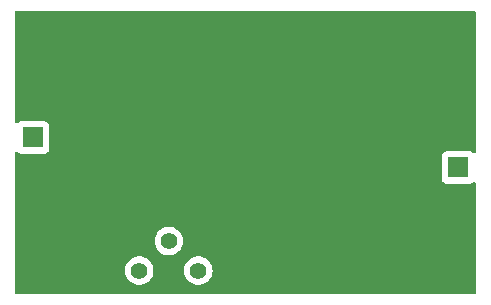
<source format=gbl>
G04 #@! TF.GenerationSoftware,KiCad,Pcbnew,8.0.3*
G04 #@! TF.CreationDate,2024-07-15T18:44:28+02:00*
G04 #@! TF.ProjectId,DCDC,44434443-2e6b-4696-9361-645f70636258,rev?*
G04 #@! TF.SameCoordinates,Original*
G04 #@! TF.FileFunction,Copper,L2,Bot*
G04 #@! TF.FilePolarity,Positive*
%FSLAX46Y46*%
G04 Gerber Fmt 4.6, Leading zero omitted, Abs format (unit mm)*
G04 Created by KiCad (PCBNEW 8.0.3) date 2024-07-15 18:44:28*
%MOMM*%
%LPD*%
G01*
G04 APERTURE LIST*
G04 #@! TA.AperFunction,ComponentPad*
%ADD10C,1.400000*%
G04 #@! TD*
G04 #@! TA.AperFunction,ComponentPad*
%ADD11R,1.800000X1.800000*%
G04 #@! TD*
G04 #@! TA.AperFunction,ComponentPad*
%ADD12C,1.800000*%
G04 #@! TD*
G04 #@! TA.AperFunction,ViaPad*
%ADD13C,0.600000*%
G04 #@! TD*
G04 APERTURE END LIST*
D10*
X103630000Y-126405000D03*
X101130000Y-123905000D03*
X98630000Y-126405000D03*
D11*
X125630000Y-117675000D03*
D12*
X125630000Y-115135000D03*
D11*
X89630000Y-115135000D03*
D12*
X89630000Y-117675000D03*
D13*
X102130000Y-117405000D03*
X104630000Y-110905000D03*
X95630000Y-121905000D03*
X95630000Y-111905000D03*
G04 #@! TA.AperFunction,Conductor*
G36*
X127072539Y-104425185D02*
G01*
X127118294Y-104477989D01*
X127129500Y-104529500D01*
X127129500Y-116368106D01*
X127109815Y-116435145D01*
X127057011Y-116480900D01*
X126987853Y-116490844D01*
X126924297Y-116461819D01*
X126906234Y-116442418D01*
X126900789Y-116435145D01*
X126887546Y-116417454D01*
X126887544Y-116417453D01*
X126887544Y-116417452D01*
X126772335Y-116331206D01*
X126772328Y-116331202D01*
X126637482Y-116280908D01*
X126637483Y-116280908D01*
X126577883Y-116274501D01*
X126577881Y-116274500D01*
X126577873Y-116274500D01*
X126577864Y-116274500D01*
X124682129Y-116274500D01*
X124682123Y-116274501D01*
X124622516Y-116280908D01*
X124487671Y-116331202D01*
X124487664Y-116331206D01*
X124372455Y-116417452D01*
X124372452Y-116417455D01*
X124286206Y-116532664D01*
X124286202Y-116532671D01*
X124235908Y-116667517D01*
X124229501Y-116727116D01*
X124229500Y-116727135D01*
X124229500Y-118622870D01*
X124229501Y-118622876D01*
X124235908Y-118682483D01*
X124286202Y-118817328D01*
X124286206Y-118817335D01*
X124372452Y-118932544D01*
X124372455Y-118932547D01*
X124487664Y-119018793D01*
X124487671Y-119018797D01*
X124622517Y-119069091D01*
X124622516Y-119069091D01*
X124629444Y-119069835D01*
X124682127Y-119075500D01*
X126577872Y-119075499D01*
X126637483Y-119069091D01*
X126772331Y-119018796D01*
X126887546Y-118932546D01*
X126906233Y-118907582D01*
X126962166Y-118865711D01*
X127031858Y-118860727D01*
X127093181Y-118894212D01*
X127126666Y-118955535D01*
X127129500Y-118981893D01*
X127129500Y-128280500D01*
X127109815Y-128347539D01*
X127057011Y-128393294D01*
X127005500Y-128404500D01*
X88254500Y-128404500D01*
X88187461Y-128384815D01*
X88141706Y-128332011D01*
X88130500Y-128280500D01*
X88130500Y-126404999D01*
X97424357Y-126404999D01*
X97424357Y-126405000D01*
X97444884Y-126626535D01*
X97444885Y-126626537D01*
X97505769Y-126840523D01*
X97505775Y-126840538D01*
X97604938Y-127039683D01*
X97604943Y-127039691D01*
X97739020Y-127217238D01*
X97903437Y-127367123D01*
X97903439Y-127367125D01*
X98092595Y-127484245D01*
X98092596Y-127484245D01*
X98092599Y-127484247D01*
X98300060Y-127564618D01*
X98518757Y-127605500D01*
X98518759Y-127605500D01*
X98741241Y-127605500D01*
X98741243Y-127605500D01*
X98959940Y-127564618D01*
X99167401Y-127484247D01*
X99356562Y-127367124D01*
X99520981Y-127217236D01*
X99655058Y-127039689D01*
X99754229Y-126840528D01*
X99815115Y-126626536D01*
X99835643Y-126405000D01*
X99835643Y-126404999D01*
X102424357Y-126404999D01*
X102424357Y-126405000D01*
X102444884Y-126626535D01*
X102444885Y-126626537D01*
X102505769Y-126840523D01*
X102505775Y-126840538D01*
X102604938Y-127039683D01*
X102604943Y-127039691D01*
X102739020Y-127217238D01*
X102903437Y-127367123D01*
X102903439Y-127367125D01*
X103092595Y-127484245D01*
X103092596Y-127484245D01*
X103092599Y-127484247D01*
X103300060Y-127564618D01*
X103518757Y-127605500D01*
X103518759Y-127605500D01*
X103741241Y-127605500D01*
X103741243Y-127605500D01*
X103959940Y-127564618D01*
X104167401Y-127484247D01*
X104356562Y-127367124D01*
X104520981Y-127217236D01*
X104655058Y-127039689D01*
X104754229Y-126840528D01*
X104815115Y-126626536D01*
X104835643Y-126405000D01*
X104815115Y-126183464D01*
X104754229Y-125969472D01*
X104754224Y-125969461D01*
X104655061Y-125770316D01*
X104655056Y-125770308D01*
X104520979Y-125592761D01*
X104356562Y-125442876D01*
X104356560Y-125442874D01*
X104167404Y-125325754D01*
X104167398Y-125325752D01*
X103959940Y-125245382D01*
X103741243Y-125204500D01*
X103518757Y-125204500D01*
X103300060Y-125245382D01*
X103168864Y-125296207D01*
X103092601Y-125325752D01*
X103092595Y-125325754D01*
X102903439Y-125442874D01*
X102903437Y-125442876D01*
X102739020Y-125592761D01*
X102604943Y-125770308D01*
X102604938Y-125770316D01*
X102505775Y-125969461D01*
X102505769Y-125969476D01*
X102444885Y-126183462D01*
X102444884Y-126183464D01*
X102424357Y-126404999D01*
X99835643Y-126404999D01*
X99815115Y-126183464D01*
X99754229Y-125969472D01*
X99754224Y-125969461D01*
X99655061Y-125770316D01*
X99655056Y-125770308D01*
X99520979Y-125592761D01*
X99356562Y-125442876D01*
X99356560Y-125442874D01*
X99167404Y-125325754D01*
X99167398Y-125325752D01*
X98959940Y-125245382D01*
X98741243Y-125204500D01*
X98518757Y-125204500D01*
X98300060Y-125245382D01*
X98168864Y-125296207D01*
X98092601Y-125325752D01*
X98092595Y-125325754D01*
X97903439Y-125442874D01*
X97903437Y-125442876D01*
X97739020Y-125592761D01*
X97604943Y-125770308D01*
X97604938Y-125770316D01*
X97505775Y-125969461D01*
X97505769Y-125969476D01*
X97444885Y-126183462D01*
X97444884Y-126183464D01*
X97424357Y-126404999D01*
X88130500Y-126404999D01*
X88130500Y-123904999D01*
X99924357Y-123904999D01*
X99924357Y-123905000D01*
X99944884Y-124126535D01*
X99944885Y-124126537D01*
X100005769Y-124340523D01*
X100005775Y-124340538D01*
X100104938Y-124539683D01*
X100104943Y-124539691D01*
X100239020Y-124717238D01*
X100403437Y-124867123D01*
X100403439Y-124867125D01*
X100592595Y-124984245D01*
X100592596Y-124984245D01*
X100592599Y-124984247D01*
X100800060Y-125064618D01*
X101018757Y-125105500D01*
X101018759Y-125105500D01*
X101241241Y-125105500D01*
X101241243Y-125105500D01*
X101459940Y-125064618D01*
X101667401Y-124984247D01*
X101856562Y-124867124D01*
X102020981Y-124717236D01*
X102155058Y-124539689D01*
X102254229Y-124340528D01*
X102315115Y-124126536D01*
X102335643Y-123905000D01*
X102315115Y-123683464D01*
X102254229Y-123469472D01*
X102254224Y-123469461D01*
X102155061Y-123270316D01*
X102155056Y-123270308D01*
X102020979Y-123092761D01*
X101856562Y-122942876D01*
X101856560Y-122942874D01*
X101667404Y-122825754D01*
X101667398Y-122825752D01*
X101459940Y-122745382D01*
X101241243Y-122704500D01*
X101018757Y-122704500D01*
X100800060Y-122745382D01*
X100668864Y-122796207D01*
X100592601Y-122825752D01*
X100592595Y-122825754D01*
X100403439Y-122942874D01*
X100403437Y-122942876D01*
X100239020Y-123092761D01*
X100104943Y-123270308D01*
X100104938Y-123270316D01*
X100005775Y-123469461D01*
X100005769Y-123469476D01*
X99944885Y-123683462D01*
X99944884Y-123683464D01*
X99924357Y-123904999D01*
X88130500Y-123904999D01*
X88130500Y-116441893D01*
X88150185Y-116374854D01*
X88202989Y-116329099D01*
X88272147Y-116319155D01*
X88335703Y-116348180D01*
X88353765Y-116367581D01*
X88359210Y-116374854D01*
X88372454Y-116392546D01*
X88372455Y-116392547D01*
X88487664Y-116478793D01*
X88487671Y-116478797D01*
X88622517Y-116529091D01*
X88622516Y-116529091D01*
X88629444Y-116529835D01*
X88682127Y-116535500D01*
X90577872Y-116535499D01*
X90637483Y-116529091D01*
X90772331Y-116478796D01*
X90887546Y-116392546D01*
X90973796Y-116277331D01*
X91024091Y-116142483D01*
X91030500Y-116082873D01*
X91030499Y-114187128D01*
X91024091Y-114127517D01*
X90973796Y-113992669D01*
X90973795Y-113992668D01*
X90973793Y-113992664D01*
X90887547Y-113877455D01*
X90887544Y-113877452D01*
X90772335Y-113791206D01*
X90772328Y-113791202D01*
X90637482Y-113740908D01*
X90637483Y-113740908D01*
X90577883Y-113734501D01*
X90577881Y-113734500D01*
X90577873Y-113734500D01*
X90577864Y-113734500D01*
X88682129Y-113734500D01*
X88682123Y-113734501D01*
X88622516Y-113740908D01*
X88487671Y-113791202D01*
X88487664Y-113791206D01*
X88372455Y-113877452D01*
X88353766Y-113902418D01*
X88297832Y-113944288D01*
X88228140Y-113949272D01*
X88166818Y-113915786D01*
X88133333Y-113854462D01*
X88130500Y-113828106D01*
X88130500Y-104529500D01*
X88150185Y-104462461D01*
X88202989Y-104416706D01*
X88254500Y-104405500D01*
X127005500Y-104405500D01*
X127072539Y-104425185D01*
G37*
G04 #@! TD.AperFunction*
M02*

</source>
